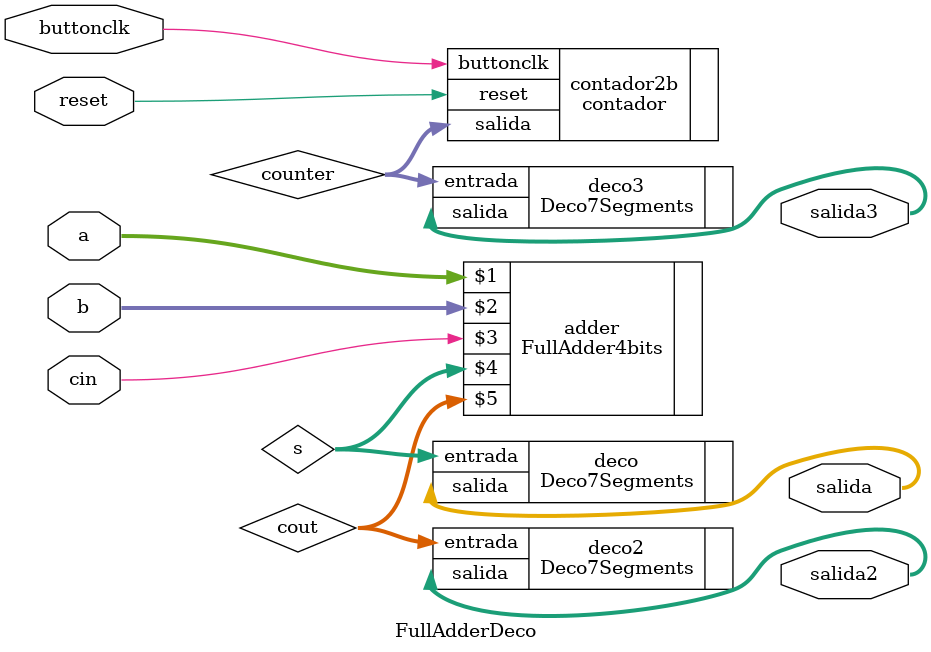
<source format=sv>
module FullAdderDeco(input logic [3:0] a, b, 
							input logic cin, buttonclk, reset,
							output logic[6:0] salida, salida2, salida3);

							
logic[3:0] s;
logic[3:0] cout;
logic[3:0] counter;

FullAdder4bits adder (a, b, cin, s, cout);
Deco7Segments deco (.entrada(s), .salida(salida));
Deco7Segments deco2 (.entrada(cout), .salida(salida2));
contador contador2b (.buttonclk(buttonclk), .reset(reset), .salida(counter));
Deco7Segments deco3 (.entrada(counter), .salida(salida3));

endmodule



</source>
